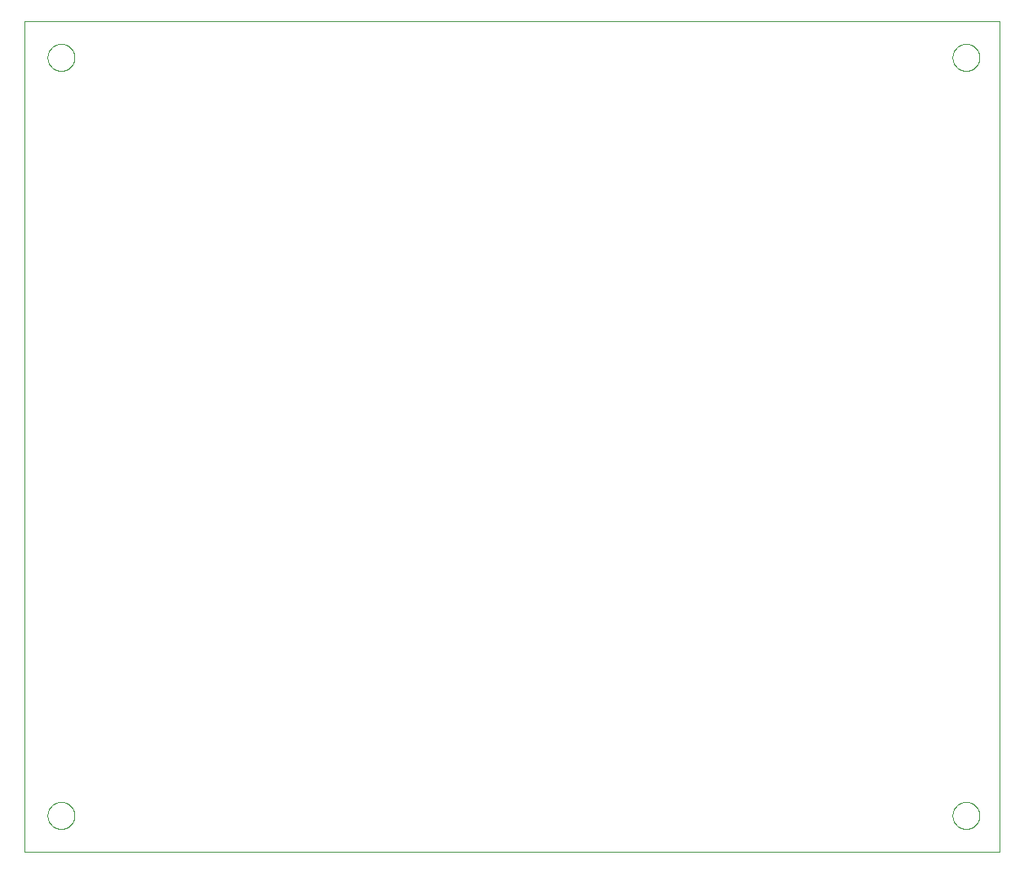
<source format=gbo>
G75*
%MOIN*%
%OFA0B0*%
%FSLAX25Y25*%
%IPPOS*%
%LPD*%
%AMOC8*
5,1,8,0,0,1.08239X$1,22.5*
%
%ADD10C,0.00000*%
D10*
X0001500Y0009721D02*
X0001500Y0349682D01*
X0400201Y0349682D01*
X0400201Y0009721D01*
X0001500Y0009721D01*
X0010988Y0024721D02*
X0010990Y0024869D01*
X0010996Y0025017D01*
X0011006Y0025165D01*
X0011020Y0025312D01*
X0011038Y0025459D01*
X0011059Y0025605D01*
X0011085Y0025751D01*
X0011115Y0025896D01*
X0011148Y0026040D01*
X0011186Y0026183D01*
X0011227Y0026325D01*
X0011272Y0026466D01*
X0011320Y0026606D01*
X0011373Y0026745D01*
X0011429Y0026882D01*
X0011489Y0027017D01*
X0011552Y0027151D01*
X0011619Y0027283D01*
X0011690Y0027413D01*
X0011764Y0027541D01*
X0011841Y0027667D01*
X0011922Y0027791D01*
X0012006Y0027913D01*
X0012093Y0028032D01*
X0012184Y0028149D01*
X0012278Y0028264D01*
X0012374Y0028376D01*
X0012474Y0028486D01*
X0012576Y0028592D01*
X0012682Y0028696D01*
X0012790Y0028797D01*
X0012901Y0028895D01*
X0013014Y0028991D01*
X0013130Y0029083D01*
X0013248Y0029172D01*
X0013369Y0029257D01*
X0013492Y0029340D01*
X0013617Y0029419D01*
X0013744Y0029495D01*
X0013873Y0029567D01*
X0014004Y0029636D01*
X0014137Y0029701D01*
X0014272Y0029762D01*
X0014408Y0029820D01*
X0014545Y0029875D01*
X0014684Y0029925D01*
X0014825Y0029972D01*
X0014966Y0030015D01*
X0015109Y0030055D01*
X0015253Y0030090D01*
X0015397Y0030122D01*
X0015543Y0030149D01*
X0015689Y0030173D01*
X0015836Y0030193D01*
X0015983Y0030209D01*
X0016130Y0030221D01*
X0016278Y0030229D01*
X0016426Y0030233D01*
X0016574Y0030233D01*
X0016722Y0030229D01*
X0016870Y0030221D01*
X0017017Y0030209D01*
X0017164Y0030193D01*
X0017311Y0030173D01*
X0017457Y0030149D01*
X0017603Y0030122D01*
X0017747Y0030090D01*
X0017891Y0030055D01*
X0018034Y0030015D01*
X0018175Y0029972D01*
X0018316Y0029925D01*
X0018455Y0029875D01*
X0018592Y0029820D01*
X0018728Y0029762D01*
X0018863Y0029701D01*
X0018996Y0029636D01*
X0019127Y0029567D01*
X0019256Y0029495D01*
X0019383Y0029419D01*
X0019508Y0029340D01*
X0019631Y0029257D01*
X0019752Y0029172D01*
X0019870Y0029083D01*
X0019986Y0028991D01*
X0020099Y0028895D01*
X0020210Y0028797D01*
X0020318Y0028696D01*
X0020424Y0028592D01*
X0020526Y0028486D01*
X0020626Y0028376D01*
X0020722Y0028264D01*
X0020816Y0028149D01*
X0020907Y0028032D01*
X0020994Y0027913D01*
X0021078Y0027791D01*
X0021159Y0027667D01*
X0021236Y0027541D01*
X0021310Y0027413D01*
X0021381Y0027283D01*
X0021448Y0027151D01*
X0021511Y0027017D01*
X0021571Y0026882D01*
X0021627Y0026745D01*
X0021680Y0026606D01*
X0021728Y0026466D01*
X0021773Y0026325D01*
X0021814Y0026183D01*
X0021852Y0026040D01*
X0021885Y0025896D01*
X0021915Y0025751D01*
X0021941Y0025605D01*
X0021962Y0025459D01*
X0021980Y0025312D01*
X0021994Y0025165D01*
X0022004Y0025017D01*
X0022010Y0024869D01*
X0022012Y0024721D01*
X0022010Y0024573D01*
X0022004Y0024425D01*
X0021994Y0024277D01*
X0021980Y0024130D01*
X0021962Y0023983D01*
X0021941Y0023837D01*
X0021915Y0023691D01*
X0021885Y0023546D01*
X0021852Y0023402D01*
X0021814Y0023259D01*
X0021773Y0023117D01*
X0021728Y0022976D01*
X0021680Y0022836D01*
X0021627Y0022697D01*
X0021571Y0022560D01*
X0021511Y0022425D01*
X0021448Y0022291D01*
X0021381Y0022159D01*
X0021310Y0022029D01*
X0021236Y0021901D01*
X0021159Y0021775D01*
X0021078Y0021651D01*
X0020994Y0021529D01*
X0020907Y0021410D01*
X0020816Y0021293D01*
X0020722Y0021178D01*
X0020626Y0021066D01*
X0020526Y0020956D01*
X0020424Y0020850D01*
X0020318Y0020746D01*
X0020210Y0020645D01*
X0020099Y0020547D01*
X0019986Y0020451D01*
X0019870Y0020359D01*
X0019752Y0020270D01*
X0019631Y0020185D01*
X0019508Y0020102D01*
X0019383Y0020023D01*
X0019256Y0019947D01*
X0019127Y0019875D01*
X0018996Y0019806D01*
X0018863Y0019741D01*
X0018728Y0019680D01*
X0018592Y0019622D01*
X0018455Y0019567D01*
X0018316Y0019517D01*
X0018175Y0019470D01*
X0018034Y0019427D01*
X0017891Y0019387D01*
X0017747Y0019352D01*
X0017603Y0019320D01*
X0017457Y0019293D01*
X0017311Y0019269D01*
X0017164Y0019249D01*
X0017017Y0019233D01*
X0016870Y0019221D01*
X0016722Y0019213D01*
X0016574Y0019209D01*
X0016426Y0019209D01*
X0016278Y0019213D01*
X0016130Y0019221D01*
X0015983Y0019233D01*
X0015836Y0019249D01*
X0015689Y0019269D01*
X0015543Y0019293D01*
X0015397Y0019320D01*
X0015253Y0019352D01*
X0015109Y0019387D01*
X0014966Y0019427D01*
X0014825Y0019470D01*
X0014684Y0019517D01*
X0014545Y0019567D01*
X0014408Y0019622D01*
X0014272Y0019680D01*
X0014137Y0019741D01*
X0014004Y0019806D01*
X0013873Y0019875D01*
X0013744Y0019947D01*
X0013617Y0020023D01*
X0013492Y0020102D01*
X0013369Y0020185D01*
X0013248Y0020270D01*
X0013130Y0020359D01*
X0013014Y0020451D01*
X0012901Y0020547D01*
X0012790Y0020645D01*
X0012682Y0020746D01*
X0012576Y0020850D01*
X0012474Y0020956D01*
X0012374Y0021066D01*
X0012278Y0021178D01*
X0012184Y0021293D01*
X0012093Y0021410D01*
X0012006Y0021529D01*
X0011922Y0021651D01*
X0011841Y0021775D01*
X0011764Y0021901D01*
X0011690Y0022029D01*
X0011619Y0022159D01*
X0011552Y0022291D01*
X0011489Y0022425D01*
X0011429Y0022560D01*
X0011373Y0022697D01*
X0011320Y0022836D01*
X0011272Y0022976D01*
X0011227Y0023117D01*
X0011186Y0023259D01*
X0011148Y0023402D01*
X0011115Y0023546D01*
X0011085Y0023691D01*
X0011059Y0023837D01*
X0011038Y0023983D01*
X0011020Y0024130D01*
X0011006Y0024277D01*
X0010996Y0024425D01*
X0010990Y0024573D01*
X0010988Y0024721D01*
X0010988Y0334721D02*
X0010990Y0334869D01*
X0010996Y0335017D01*
X0011006Y0335165D01*
X0011020Y0335312D01*
X0011038Y0335459D01*
X0011059Y0335605D01*
X0011085Y0335751D01*
X0011115Y0335896D01*
X0011148Y0336040D01*
X0011186Y0336183D01*
X0011227Y0336325D01*
X0011272Y0336466D01*
X0011320Y0336606D01*
X0011373Y0336745D01*
X0011429Y0336882D01*
X0011489Y0337017D01*
X0011552Y0337151D01*
X0011619Y0337283D01*
X0011690Y0337413D01*
X0011764Y0337541D01*
X0011841Y0337667D01*
X0011922Y0337791D01*
X0012006Y0337913D01*
X0012093Y0338032D01*
X0012184Y0338149D01*
X0012278Y0338264D01*
X0012374Y0338376D01*
X0012474Y0338486D01*
X0012576Y0338592D01*
X0012682Y0338696D01*
X0012790Y0338797D01*
X0012901Y0338895D01*
X0013014Y0338991D01*
X0013130Y0339083D01*
X0013248Y0339172D01*
X0013369Y0339257D01*
X0013492Y0339340D01*
X0013617Y0339419D01*
X0013744Y0339495D01*
X0013873Y0339567D01*
X0014004Y0339636D01*
X0014137Y0339701D01*
X0014272Y0339762D01*
X0014408Y0339820D01*
X0014545Y0339875D01*
X0014684Y0339925D01*
X0014825Y0339972D01*
X0014966Y0340015D01*
X0015109Y0340055D01*
X0015253Y0340090D01*
X0015397Y0340122D01*
X0015543Y0340149D01*
X0015689Y0340173D01*
X0015836Y0340193D01*
X0015983Y0340209D01*
X0016130Y0340221D01*
X0016278Y0340229D01*
X0016426Y0340233D01*
X0016574Y0340233D01*
X0016722Y0340229D01*
X0016870Y0340221D01*
X0017017Y0340209D01*
X0017164Y0340193D01*
X0017311Y0340173D01*
X0017457Y0340149D01*
X0017603Y0340122D01*
X0017747Y0340090D01*
X0017891Y0340055D01*
X0018034Y0340015D01*
X0018175Y0339972D01*
X0018316Y0339925D01*
X0018455Y0339875D01*
X0018592Y0339820D01*
X0018728Y0339762D01*
X0018863Y0339701D01*
X0018996Y0339636D01*
X0019127Y0339567D01*
X0019256Y0339495D01*
X0019383Y0339419D01*
X0019508Y0339340D01*
X0019631Y0339257D01*
X0019752Y0339172D01*
X0019870Y0339083D01*
X0019986Y0338991D01*
X0020099Y0338895D01*
X0020210Y0338797D01*
X0020318Y0338696D01*
X0020424Y0338592D01*
X0020526Y0338486D01*
X0020626Y0338376D01*
X0020722Y0338264D01*
X0020816Y0338149D01*
X0020907Y0338032D01*
X0020994Y0337913D01*
X0021078Y0337791D01*
X0021159Y0337667D01*
X0021236Y0337541D01*
X0021310Y0337413D01*
X0021381Y0337283D01*
X0021448Y0337151D01*
X0021511Y0337017D01*
X0021571Y0336882D01*
X0021627Y0336745D01*
X0021680Y0336606D01*
X0021728Y0336466D01*
X0021773Y0336325D01*
X0021814Y0336183D01*
X0021852Y0336040D01*
X0021885Y0335896D01*
X0021915Y0335751D01*
X0021941Y0335605D01*
X0021962Y0335459D01*
X0021980Y0335312D01*
X0021994Y0335165D01*
X0022004Y0335017D01*
X0022010Y0334869D01*
X0022012Y0334721D01*
X0022010Y0334573D01*
X0022004Y0334425D01*
X0021994Y0334277D01*
X0021980Y0334130D01*
X0021962Y0333983D01*
X0021941Y0333837D01*
X0021915Y0333691D01*
X0021885Y0333546D01*
X0021852Y0333402D01*
X0021814Y0333259D01*
X0021773Y0333117D01*
X0021728Y0332976D01*
X0021680Y0332836D01*
X0021627Y0332697D01*
X0021571Y0332560D01*
X0021511Y0332425D01*
X0021448Y0332291D01*
X0021381Y0332159D01*
X0021310Y0332029D01*
X0021236Y0331901D01*
X0021159Y0331775D01*
X0021078Y0331651D01*
X0020994Y0331529D01*
X0020907Y0331410D01*
X0020816Y0331293D01*
X0020722Y0331178D01*
X0020626Y0331066D01*
X0020526Y0330956D01*
X0020424Y0330850D01*
X0020318Y0330746D01*
X0020210Y0330645D01*
X0020099Y0330547D01*
X0019986Y0330451D01*
X0019870Y0330359D01*
X0019752Y0330270D01*
X0019631Y0330185D01*
X0019508Y0330102D01*
X0019383Y0330023D01*
X0019256Y0329947D01*
X0019127Y0329875D01*
X0018996Y0329806D01*
X0018863Y0329741D01*
X0018728Y0329680D01*
X0018592Y0329622D01*
X0018455Y0329567D01*
X0018316Y0329517D01*
X0018175Y0329470D01*
X0018034Y0329427D01*
X0017891Y0329387D01*
X0017747Y0329352D01*
X0017603Y0329320D01*
X0017457Y0329293D01*
X0017311Y0329269D01*
X0017164Y0329249D01*
X0017017Y0329233D01*
X0016870Y0329221D01*
X0016722Y0329213D01*
X0016574Y0329209D01*
X0016426Y0329209D01*
X0016278Y0329213D01*
X0016130Y0329221D01*
X0015983Y0329233D01*
X0015836Y0329249D01*
X0015689Y0329269D01*
X0015543Y0329293D01*
X0015397Y0329320D01*
X0015253Y0329352D01*
X0015109Y0329387D01*
X0014966Y0329427D01*
X0014825Y0329470D01*
X0014684Y0329517D01*
X0014545Y0329567D01*
X0014408Y0329622D01*
X0014272Y0329680D01*
X0014137Y0329741D01*
X0014004Y0329806D01*
X0013873Y0329875D01*
X0013744Y0329947D01*
X0013617Y0330023D01*
X0013492Y0330102D01*
X0013369Y0330185D01*
X0013248Y0330270D01*
X0013130Y0330359D01*
X0013014Y0330451D01*
X0012901Y0330547D01*
X0012790Y0330645D01*
X0012682Y0330746D01*
X0012576Y0330850D01*
X0012474Y0330956D01*
X0012374Y0331066D01*
X0012278Y0331178D01*
X0012184Y0331293D01*
X0012093Y0331410D01*
X0012006Y0331529D01*
X0011922Y0331651D01*
X0011841Y0331775D01*
X0011764Y0331901D01*
X0011690Y0332029D01*
X0011619Y0332159D01*
X0011552Y0332291D01*
X0011489Y0332425D01*
X0011429Y0332560D01*
X0011373Y0332697D01*
X0011320Y0332836D01*
X0011272Y0332976D01*
X0011227Y0333117D01*
X0011186Y0333259D01*
X0011148Y0333402D01*
X0011115Y0333546D01*
X0011085Y0333691D01*
X0011059Y0333837D01*
X0011038Y0333983D01*
X0011020Y0334130D01*
X0011006Y0334277D01*
X0010996Y0334425D01*
X0010990Y0334573D01*
X0010988Y0334721D01*
X0380988Y0334721D02*
X0380990Y0334869D01*
X0380996Y0335017D01*
X0381006Y0335165D01*
X0381020Y0335312D01*
X0381038Y0335459D01*
X0381059Y0335605D01*
X0381085Y0335751D01*
X0381115Y0335896D01*
X0381148Y0336040D01*
X0381186Y0336183D01*
X0381227Y0336325D01*
X0381272Y0336466D01*
X0381320Y0336606D01*
X0381373Y0336745D01*
X0381429Y0336882D01*
X0381489Y0337017D01*
X0381552Y0337151D01*
X0381619Y0337283D01*
X0381690Y0337413D01*
X0381764Y0337541D01*
X0381841Y0337667D01*
X0381922Y0337791D01*
X0382006Y0337913D01*
X0382093Y0338032D01*
X0382184Y0338149D01*
X0382278Y0338264D01*
X0382374Y0338376D01*
X0382474Y0338486D01*
X0382576Y0338592D01*
X0382682Y0338696D01*
X0382790Y0338797D01*
X0382901Y0338895D01*
X0383014Y0338991D01*
X0383130Y0339083D01*
X0383248Y0339172D01*
X0383369Y0339257D01*
X0383492Y0339340D01*
X0383617Y0339419D01*
X0383744Y0339495D01*
X0383873Y0339567D01*
X0384004Y0339636D01*
X0384137Y0339701D01*
X0384272Y0339762D01*
X0384408Y0339820D01*
X0384545Y0339875D01*
X0384684Y0339925D01*
X0384825Y0339972D01*
X0384966Y0340015D01*
X0385109Y0340055D01*
X0385253Y0340090D01*
X0385397Y0340122D01*
X0385543Y0340149D01*
X0385689Y0340173D01*
X0385836Y0340193D01*
X0385983Y0340209D01*
X0386130Y0340221D01*
X0386278Y0340229D01*
X0386426Y0340233D01*
X0386574Y0340233D01*
X0386722Y0340229D01*
X0386870Y0340221D01*
X0387017Y0340209D01*
X0387164Y0340193D01*
X0387311Y0340173D01*
X0387457Y0340149D01*
X0387603Y0340122D01*
X0387747Y0340090D01*
X0387891Y0340055D01*
X0388034Y0340015D01*
X0388175Y0339972D01*
X0388316Y0339925D01*
X0388455Y0339875D01*
X0388592Y0339820D01*
X0388728Y0339762D01*
X0388863Y0339701D01*
X0388996Y0339636D01*
X0389127Y0339567D01*
X0389256Y0339495D01*
X0389383Y0339419D01*
X0389508Y0339340D01*
X0389631Y0339257D01*
X0389752Y0339172D01*
X0389870Y0339083D01*
X0389986Y0338991D01*
X0390099Y0338895D01*
X0390210Y0338797D01*
X0390318Y0338696D01*
X0390424Y0338592D01*
X0390526Y0338486D01*
X0390626Y0338376D01*
X0390722Y0338264D01*
X0390816Y0338149D01*
X0390907Y0338032D01*
X0390994Y0337913D01*
X0391078Y0337791D01*
X0391159Y0337667D01*
X0391236Y0337541D01*
X0391310Y0337413D01*
X0391381Y0337283D01*
X0391448Y0337151D01*
X0391511Y0337017D01*
X0391571Y0336882D01*
X0391627Y0336745D01*
X0391680Y0336606D01*
X0391728Y0336466D01*
X0391773Y0336325D01*
X0391814Y0336183D01*
X0391852Y0336040D01*
X0391885Y0335896D01*
X0391915Y0335751D01*
X0391941Y0335605D01*
X0391962Y0335459D01*
X0391980Y0335312D01*
X0391994Y0335165D01*
X0392004Y0335017D01*
X0392010Y0334869D01*
X0392012Y0334721D01*
X0392010Y0334573D01*
X0392004Y0334425D01*
X0391994Y0334277D01*
X0391980Y0334130D01*
X0391962Y0333983D01*
X0391941Y0333837D01*
X0391915Y0333691D01*
X0391885Y0333546D01*
X0391852Y0333402D01*
X0391814Y0333259D01*
X0391773Y0333117D01*
X0391728Y0332976D01*
X0391680Y0332836D01*
X0391627Y0332697D01*
X0391571Y0332560D01*
X0391511Y0332425D01*
X0391448Y0332291D01*
X0391381Y0332159D01*
X0391310Y0332029D01*
X0391236Y0331901D01*
X0391159Y0331775D01*
X0391078Y0331651D01*
X0390994Y0331529D01*
X0390907Y0331410D01*
X0390816Y0331293D01*
X0390722Y0331178D01*
X0390626Y0331066D01*
X0390526Y0330956D01*
X0390424Y0330850D01*
X0390318Y0330746D01*
X0390210Y0330645D01*
X0390099Y0330547D01*
X0389986Y0330451D01*
X0389870Y0330359D01*
X0389752Y0330270D01*
X0389631Y0330185D01*
X0389508Y0330102D01*
X0389383Y0330023D01*
X0389256Y0329947D01*
X0389127Y0329875D01*
X0388996Y0329806D01*
X0388863Y0329741D01*
X0388728Y0329680D01*
X0388592Y0329622D01*
X0388455Y0329567D01*
X0388316Y0329517D01*
X0388175Y0329470D01*
X0388034Y0329427D01*
X0387891Y0329387D01*
X0387747Y0329352D01*
X0387603Y0329320D01*
X0387457Y0329293D01*
X0387311Y0329269D01*
X0387164Y0329249D01*
X0387017Y0329233D01*
X0386870Y0329221D01*
X0386722Y0329213D01*
X0386574Y0329209D01*
X0386426Y0329209D01*
X0386278Y0329213D01*
X0386130Y0329221D01*
X0385983Y0329233D01*
X0385836Y0329249D01*
X0385689Y0329269D01*
X0385543Y0329293D01*
X0385397Y0329320D01*
X0385253Y0329352D01*
X0385109Y0329387D01*
X0384966Y0329427D01*
X0384825Y0329470D01*
X0384684Y0329517D01*
X0384545Y0329567D01*
X0384408Y0329622D01*
X0384272Y0329680D01*
X0384137Y0329741D01*
X0384004Y0329806D01*
X0383873Y0329875D01*
X0383744Y0329947D01*
X0383617Y0330023D01*
X0383492Y0330102D01*
X0383369Y0330185D01*
X0383248Y0330270D01*
X0383130Y0330359D01*
X0383014Y0330451D01*
X0382901Y0330547D01*
X0382790Y0330645D01*
X0382682Y0330746D01*
X0382576Y0330850D01*
X0382474Y0330956D01*
X0382374Y0331066D01*
X0382278Y0331178D01*
X0382184Y0331293D01*
X0382093Y0331410D01*
X0382006Y0331529D01*
X0381922Y0331651D01*
X0381841Y0331775D01*
X0381764Y0331901D01*
X0381690Y0332029D01*
X0381619Y0332159D01*
X0381552Y0332291D01*
X0381489Y0332425D01*
X0381429Y0332560D01*
X0381373Y0332697D01*
X0381320Y0332836D01*
X0381272Y0332976D01*
X0381227Y0333117D01*
X0381186Y0333259D01*
X0381148Y0333402D01*
X0381115Y0333546D01*
X0381085Y0333691D01*
X0381059Y0333837D01*
X0381038Y0333983D01*
X0381020Y0334130D01*
X0381006Y0334277D01*
X0380996Y0334425D01*
X0380990Y0334573D01*
X0380988Y0334721D01*
X0380988Y0024721D02*
X0380990Y0024869D01*
X0380996Y0025017D01*
X0381006Y0025165D01*
X0381020Y0025312D01*
X0381038Y0025459D01*
X0381059Y0025605D01*
X0381085Y0025751D01*
X0381115Y0025896D01*
X0381148Y0026040D01*
X0381186Y0026183D01*
X0381227Y0026325D01*
X0381272Y0026466D01*
X0381320Y0026606D01*
X0381373Y0026745D01*
X0381429Y0026882D01*
X0381489Y0027017D01*
X0381552Y0027151D01*
X0381619Y0027283D01*
X0381690Y0027413D01*
X0381764Y0027541D01*
X0381841Y0027667D01*
X0381922Y0027791D01*
X0382006Y0027913D01*
X0382093Y0028032D01*
X0382184Y0028149D01*
X0382278Y0028264D01*
X0382374Y0028376D01*
X0382474Y0028486D01*
X0382576Y0028592D01*
X0382682Y0028696D01*
X0382790Y0028797D01*
X0382901Y0028895D01*
X0383014Y0028991D01*
X0383130Y0029083D01*
X0383248Y0029172D01*
X0383369Y0029257D01*
X0383492Y0029340D01*
X0383617Y0029419D01*
X0383744Y0029495D01*
X0383873Y0029567D01*
X0384004Y0029636D01*
X0384137Y0029701D01*
X0384272Y0029762D01*
X0384408Y0029820D01*
X0384545Y0029875D01*
X0384684Y0029925D01*
X0384825Y0029972D01*
X0384966Y0030015D01*
X0385109Y0030055D01*
X0385253Y0030090D01*
X0385397Y0030122D01*
X0385543Y0030149D01*
X0385689Y0030173D01*
X0385836Y0030193D01*
X0385983Y0030209D01*
X0386130Y0030221D01*
X0386278Y0030229D01*
X0386426Y0030233D01*
X0386574Y0030233D01*
X0386722Y0030229D01*
X0386870Y0030221D01*
X0387017Y0030209D01*
X0387164Y0030193D01*
X0387311Y0030173D01*
X0387457Y0030149D01*
X0387603Y0030122D01*
X0387747Y0030090D01*
X0387891Y0030055D01*
X0388034Y0030015D01*
X0388175Y0029972D01*
X0388316Y0029925D01*
X0388455Y0029875D01*
X0388592Y0029820D01*
X0388728Y0029762D01*
X0388863Y0029701D01*
X0388996Y0029636D01*
X0389127Y0029567D01*
X0389256Y0029495D01*
X0389383Y0029419D01*
X0389508Y0029340D01*
X0389631Y0029257D01*
X0389752Y0029172D01*
X0389870Y0029083D01*
X0389986Y0028991D01*
X0390099Y0028895D01*
X0390210Y0028797D01*
X0390318Y0028696D01*
X0390424Y0028592D01*
X0390526Y0028486D01*
X0390626Y0028376D01*
X0390722Y0028264D01*
X0390816Y0028149D01*
X0390907Y0028032D01*
X0390994Y0027913D01*
X0391078Y0027791D01*
X0391159Y0027667D01*
X0391236Y0027541D01*
X0391310Y0027413D01*
X0391381Y0027283D01*
X0391448Y0027151D01*
X0391511Y0027017D01*
X0391571Y0026882D01*
X0391627Y0026745D01*
X0391680Y0026606D01*
X0391728Y0026466D01*
X0391773Y0026325D01*
X0391814Y0026183D01*
X0391852Y0026040D01*
X0391885Y0025896D01*
X0391915Y0025751D01*
X0391941Y0025605D01*
X0391962Y0025459D01*
X0391980Y0025312D01*
X0391994Y0025165D01*
X0392004Y0025017D01*
X0392010Y0024869D01*
X0392012Y0024721D01*
X0392010Y0024573D01*
X0392004Y0024425D01*
X0391994Y0024277D01*
X0391980Y0024130D01*
X0391962Y0023983D01*
X0391941Y0023837D01*
X0391915Y0023691D01*
X0391885Y0023546D01*
X0391852Y0023402D01*
X0391814Y0023259D01*
X0391773Y0023117D01*
X0391728Y0022976D01*
X0391680Y0022836D01*
X0391627Y0022697D01*
X0391571Y0022560D01*
X0391511Y0022425D01*
X0391448Y0022291D01*
X0391381Y0022159D01*
X0391310Y0022029D01*
X0391236Y0021901D01*
X0391159Y0021775D01*
X0391078Y0021651D01*
X0390994Y0021529D01*
X0390907Y0021410D01*
X0390816Y0021293D01*
X0390722Y0021178D01*
X0390626Y0021066D01*
X0390526Y0020956D01*
X0390424Y0020850D01*
X0390318Y0020746D01*
X0390210Y0020645D01*
X0390099Y0020547D01*
X0389986Y0020451D01*
X0389870Y0020359D01*
X0389752Y0020270D01*
X0389631Y0020185D01*
X0389508Y0020102D01*
X0389383Y0020023D01*
X0389256Y0019947D01*
X0389127Y0019875D01*
X0388996Y0019806D01*
X0388863Y0019741D01*
X0388728Y0019680D01*
X0388592Y0019622D01*
X0388455Y0019567D01*
X0388316Y0019517D01*
X0388175Y0019470D01*
X0388034Y0019427D01*
X0387891Y0019387D01*
X0387747Y0019352D01*
X0387603Y0019320D01*
X0387457Y0019293D01*
X0387311Y0019269D01*
X0387164Y0019249D01*
X0387017Y0019233D01*
X0386870Y0019221D01*
X0386722Y0019213D01*
X0386574Y0019209D01*
X0386426Y0019209D01*
X0386278Y0019213D01*
X0386130Y0019221D01*
X0385983Y0019233D01*
X0385836Y0019249D01*
X0385689Y0019269D01*
X0385543Y0019293D01*
X0385397Y0019320D01*
X0385253Y0019352D01*
X0385109Y0019387D01*
X0384966Y0019427D01*
X0384825Y0019470D01*
X0384684Y0019517D01*
X0384545Y0019567D01*
X0384408Y0019622D01*
X0384272Y0019680D01*
X0384137Y0019741D01*
X0384004Y0019806D01*
X0383873Y0019875D01*
X0383744Y0019947D01*
X0383617Y0020023D01*
X0383492Y0020102D01*
X0383369Y0020185D01*
X0383248Y0020270D01*
X0383130Y0020359D01*
X0383014Y0020451D01*
X0382901Y0020547D01*
X0382790Y0020645D01*
X0382682Y0020746D01*
X0382576Y0020850D01*
X0382474Y0020956D01*
X0382374Y0021066D01*
X0382278Y0021178D01*
X0382184Y0021293D01*
X0382093Y0021410D01*
X0382006Y0021529D01*
X0381922Y0021651D01*
X0381841Y0021775D01*
X0381764Y0021901D01*
X0381690Y0022029D01*
X0381619Y0022159D01*
X0381552Y0022291D01*
X0381489Y0022425D01*
X0381429Y0022560D01*
X0381373Y0022697D01*
X0381320Y0022836D01*
X0381272Y0022976D01*
X0381227Y0023117D01*
X0381186Y0023259D01*
X0381148Y0023402D01*
X0381115Y0023546D01*
X0381085Y0023691D01*
X0381059Y0023837D01*
X0381038Y0023983D01*
X0381020Y0024130D01*
X0381006Y0024277D01*
X0380996Y0024425D01*
X0380990Y0024573D01*
X0380988Y0024721D01*
M02*

</source>
